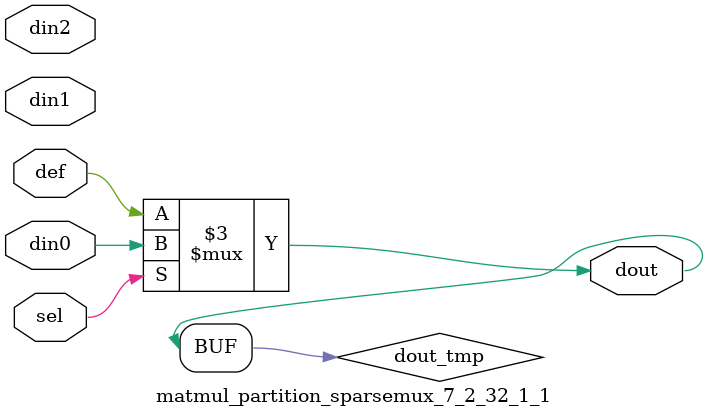
<source format=v>
`timescale 1ns / 1ps

module matmul_partition_sparsemux_7_2_32_1_1 (din0,din1,din2,def,sel,dout);

parameter din0_WIDTH = 1;

parameter din1_WIDTH = 1;

parameter din2_WIDTH = 1;

parameter def_WIDTH = 1;
parameter sel_WIDTH = 1;
parameter dout_WIDTH = 1;

parameter [sel_WIDTH-1:0] CASE0 = 1;

parameter [sel_WIDTH-1:0] CASE1 = 1;

parameter [sel_WIDTH-1:0] CASE2 = 1;

parameter ID = 1;
parameter NUM_STAGE = 1;



input [din0_WIDTH-1:0] din0;

input [din1_WIDTH-1:0] din1;

input [din2_WIDTH-1:0] din2;

input [def_WIDTH-1:0] def;
input [sel_WIDTH-1:0] sel;

output [dout_WIDTH-1:0] dout;



reg [dout_WIDTH-1:0] dout_tmp;


always @ (*) begin
(* parallel_case *) case (sel)
    
    CASE0 : dout_tmp = din0;
    
    CASE1 : dout_tmp = din1;
    
    CASE2 : dout_tmp = din2;
    
    default : dout_tmp = def;
endcase
end


assign dout = dout_tmp;



endmodule

</source>
